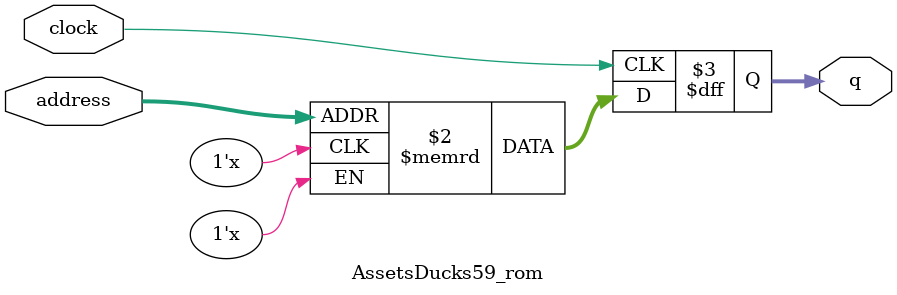
<source format=sv>
module AssetsDucks_rom (
	input logic clock,
	input logic [5:0] frame,
	input logic [13:0] address,
	output logic [3:0] q,
	output logic [6:0] DuckSizeX, DuckSizeY
);
logic [3:0] q0 ,q1, q2, q3, q4, q5, q6, q7, q8, q9, q10, q11, q12, q13, q14, q15, q16, q17, q18, q19, q20 ,q21, q22, q23, q24, q25, q26, q27, q28, q29, q30, q31, q32, q33, q34, q35, q36, q37, q38, q39, q40, q41, q42, q43, q44, q45, q46, q47, q48, q49, q50, q51, q52, q53, q54, q55, q56, q57, q58, q59;

//flying right
	AssetsDucks0_rom AssetsDucks0_rom0(.clock, .address(address), .q(q0));
	AssetsDucks1_rom AssetsDucks1_rom0(.clock, .address(address), .q(q1));
	AssetsDucks2_rom AssetsDucks2_rom0(.clock, .address(address), .q(q2));
	AssetsDucks3_rom AssetsDucks3_rom0(.clock, .address(address), .q(q3));
	AssetsDucks4_rom AssetsDucks4_rom0(.clock, .address(address), .q(q4));
	AssetsDucks5_rom AssetsDucks5_rom0(.clock, .address(address), .q(q5));
	AssetsDucks6_rom AssetsDucks6_rom0(.clock, .address(address), .q(q6));
	AssetsDucks7_rom AssetsDucks7_rom0(.clock, .address(address), .q(q7));
	AssetsDucks8_rom AssetsDucks8_rom0(.clock, .address(address), .q(q8));
	AssetsDucks9_rom AssetsDucks9_rom0(.clock, .address(address), .q(q9));
	AssetsDucks10_rom AssetsDucks10_rom0(.clock, .address(address), .q(q10));
	AssetsDucks11_rom AssetsDucks11_rom0(.clock, .address(address), .q(q11));
	AssetsDucks12_rom AssetsDucks12_rom0(.clock, .address(address), .q(q12));
	AssetsDucks13_rom AssetsDucks13_rom0(.clock, .address(address), .q(q13));
	AssetsDucks14_rom AssetsDucks14_rom0(.clock, .address(address), .q(q14));
	AssetsDucks15_rom AssetsDucks15_rom0(.clock, .address(address), .q(q15));
	AssetsDucks16_rom AssetsDucks16_rom0(.clock, .address(address), .q(q16));
	AssetsDucks17_rom AssetsDucks17_rom0(.clock, .address(address), .q(q17));
	AssetsDucks18_rom AssetsDucks18_rom0(.clock, .address(address), .q(q18));
	AssetsDucks19_rom AssetsDucks19_rom0(.clock, .address(address), .q(q19));
	AssetsDucks20_rom AssetsDucks20_rom0(.clock, .address(address), .q(q20));
	AssetsDucks21_rom AssetsDucks21_rom0(.clock, .address(address), .q(q21));
	AssetsDucks22_rom AssetsDucks22_rom0(.clock, .address(address), .q(q22));
	AssetsDucks23_rom AssetsDucks23_rom0(.clock, .address(address), .q(q23));
	AssetsDucks24_rom AssetsDucks24_rom0(.clock, .address(address), .q(q24));
	AssetsDucks25_rom AssetsDucks25_rom0(.clock, .address(address), .q(q25));
	AssetsDucks26_rom AssetsDucks26_rom0(.clock, .address(address), .q(q26));
	AssetsDucks27_rom AssetsDucks27_rom0(.clock, .address(address), .q(q27));
	AssetsDucks28_rom AssetsDucks28_rom0(.clock, .address(address), .q(q28));
	AssetsDucks29_rom AssetsDucks29_rom0(.clock, .address(address), .q(q29));
	AssetsDucks30_rom AssetsDucks30_rom0(.clock, .address(address), .q(q30));
	AssetsDucks31_rom AssetsDucks31_rom0(.clock, .address(address), .q(q31));
	AssetsDucks32_rom AssetsDucks32_rom0(.clock, .address(address), .q(q32));
	AssetsDucks33_rom AssetsDucks33_rom0(.clock, .address(address), .q(q33));
	AssetsDucks34_rom AssetsDucks34_rom0(.clock, .address(address), .q(q34));
	AssetsDucks35_rom AssetsDucks35_rom0(.clock, .address(address), .q(q35));
	AssetsDucks36_rom AssetsDucks36_rom0(.clock, .address(address), .q(q36));
	AssetsDucks37_rom AssetsDucks37_rom0(.clock, .address(address), .q(q37));
	AssetsDucks38_rom AssetsDucks38_rom0(.clock, .address(address), .q(q38));
	AssetsDucks39_rom AssetsDucks39_rom0(.clock, .address(address), .q(q39));
	AssetsDucks40_rom AssetsDucks40_rom0(.clock, .address(address), .q(q40));
	AssetsDucks41_rom AssetsDucks41_rom0(.clock, .address(address), .q(q41));
	AssetsDucks42_rom AssetsDucks42_rom0(.clock, .address(address), .q(q42));
	AssetsDucks43_rom AssetsDucks43_rom0(.clock, .address(address), .q(q43));
	AssetsDucks44_rom AssetsDucks44_rom0(.clock, .address(address), .q(q44));
	AssetsDucks45_rom AssetsDucks45_rom0(.clock, .address(address), .q(q45));
	AssetsDucks46_rom AssetsDucks46_rom0(.clock, .address(address), .q(q46));
	AssetsDucks47_rom AssetsDucks47_rom0(.clock, .address(address), .q(q47));
	AssetsDucks48_rom AssetsDucks48_rom0(.clock, .address(address), .q(q48));
	AssetsDucks49_rom AssetsDucks49_rom0(.clock, .address(address), .q(q49));
	AssetsDucks50_rom AssetsDucks50_rom0(.clock, .address(address), .q(q50));
	AssetsDucks51_rom AssetsDucks51_rom0(.clock, .address(address), .q(q51));
	AssetsDucks52_rom AssetsDucks52_rom0(.clock, .address(address), .q(q52));
	AssetsDucks53_rom AssetsDucks53_rom0(.clock, .address(address), .q(q53));
	AssetsDucks54_rom AssetsDucks54_rom0(.clock, .address(address), .q(q54));
	AssetsDucks55_rom AssetsDucks55_rom0(.clock, .address(address), .q(q55));
	AssetsDucks56_rom AssetsDucks56_rom0(.clock, .address(address), .q(q56));
	AssetsDucks57_rom AssetsDucks57_rom0(.clock, .address(address), .q(q57));
	AssetsDucks58_rom AssetsDucks58_rom0(.clock, .address(address), .q(q58));
	AssetsDucks59_rom AssetsDucks59_rom0(.clock, .address(address), .q(q59));

always_comb
begin
	case(frame)						//BLACK DUCK RIGHT FACING
		6'b000000: begin
			q = q0;//Ducks1
			DuckSizeX = 7'b1000000;
			DuckSizeY = 7'b1000000;
		end
		6'b000001:begin
			q = q1;//Ducks2
			DuckSizeX = 7'b1000000;
			DuckSizeY = 7'b1000000;
		end
		6'b000010:begin
			q = q2;//Ducks3
			DuckSizeX = 7'b1000000;
			DuckSizeY = 7'b1000000;
		end
		6'b000011: begin
			q = q3;//Ducks4
			DuckSizeX = 7'b1000000;
			DuckSizeY = 7'b1000000;
		end
		6'b000100: begin
			q = q4;//Ducks5
			DuckSizeX = 7'b1000100; //68
			DuckSizeY = 7'b1000000;
		end
		6'b000101:begin
			q = q5;//Ducks6
			DuckSizeX = 7'b1000100; //68
			DuckSizeY = 7'b1000000;
		end
		6'b000110:begin
			q = q6;//Ducks7
			DuckSizeX = 7'b1000100; //68
			DuckSizeY = 7'b1000000;
		end
		6'b000111: begin
			q = q7;//Ducks8
			DuckSizeX = 7'b1000100; //68
			DuckSizeY = 7'b1000000;
		end
		6'b001000:begin
			q = q8;//Ducks9
			DuckSizeX = 7'b1000000;
			DuckSizeY = 7'b1000000;
		end								//BLACK DUCK FALLING
		6'b001001:begin
			q = q9;//Ducks10
			DuckSizeX = 7'b1000000;
			DuckSizeY = 7'b1000000;
		end
		6'b001010: begin
			q = q10;//Ducks11
			DuckSizeX = 7'b1000000;
			DuckSizeY = 7'b1000000;
		end
		6'b001011:begin					//BLACK DUCK LEFT FACING
			q = q11;//Ducks12
			DuckSizeX = 7'b1000000;	
			DuckSizeY = 7'b1000000;
		end
		6'b001100:begin
			q = q12;//Ducks13
			DuckSizeX = 7'b1000000;
			DuckSizeY = 7'b1000000;
		end
		6'b001101: begin
			q = q13;//Ducks14
			DuckSizeX = 7'b1000000;
			DuckSizeY = 7'b1000000;
		end
		6'b001110: begin
			q = q14;//Ducks15
			DuckSizeX = 7'b1000000;
			DuckSizeY = 7'b1000000;
		end
		6'b001111: begin
			q = q15;//Ducks16
			DuckSizeX = 7'b1000100; //68
			DuckSizeY = 7'b1000000;
		end
		6'b010000:begin
			q = q16;//Ducks17
			DuckSizeX = 7'b1000100; //68
			DuckSizeY = 7'b1000000;
		end
		6'b010001:begin
			q = q17;//Ducks18
			DuckSizeX = 7'b1000100; //68
			DuckSizeY = 7'b1000000;
		end
		6'b010010: begin
			q = q18;//Ducks19
			DuckSizeX = 7'b1000100; //68
			DuckSizeY = 7'b1000000;
		end
		6'b010011: begin
			q = q19;//Ducks20
			DuckSizeX = 7'b1000000;
			DuckSizeY = 7'b1000000;
		end
		6'b010100: begin						//RED DUCK RIGHT FACING
			q = q20;//Ducks21
			DuckSizeX = 7'b1000000;
			DuckSizeY = 7'b1000000;
		end
		6'b010101: begin
			q = q21;//Ducks22
			DuckSizeX = 7'b1000000;
			DuckSizeY = 7'b1000000;
		end
		6'b010110: begin
			q = q22;//Ducks23
			DuckSizeX = 7'b1000000;
			DuckSizeY = 7'b1000000;
		end
		6'b010111: begin
			q = q23;//Ducks24
			DuckSizeX = 7'b1000000;
			DuckSizeY = 7'b1000000;
		end
		6'b011000: begin
			q = q24;//Ducks25
			DuckSizeX = 7'b1000100; //68
			DuckSizeY = 7'b1000000;
		end
		6'b011001: begin
			q = q25;//Ducks26
			DuckSizeX = 7'b1000100; //68
			DuckSizeY = 7'b1000000;
		end
		6'b011010: begin
			q = q26;//Ducks27
			DuckSizeX = 7'b1000100; //68
			DuckSizeY = 7'b1000000;
		end
		6'b011011: begin
			q = q27;//Ducks28
			DuckSizeX = 7'b1000100; //68
			DuckSizeY = 7'b1000000;
		end
		6'b011100: begin
			q = q28;//Ducks29
			DuckSizeX = 7'b1000000;
			DuckSizeY = 7'b1000000;
		end
		6'b011101: begin						//RED DUCK FALLING
			q = q29;//Ducks30
			DuckSizeX = 7'b1000000;
			DuckSizeY = 7'b1000000;
		end
		6'b011110: begin
			q = q30;//Ducks31
			DuckSizeX = 7'b1000000;
			DuckSizeY = 7'b1000000;
		end
		6'b011111: begin						//RED DUCK LEFT FACING
			q = q31;//Ducks32
			DuckSizeX = 7'b1000000;
			DuckSizeY = 7'b1000000;
		end
		6'b100000: begin						
			q = q32;//Ducks33
			DuckSizeX = 7'b1000000;
			DuckSizeY = 7'b1000000;
		end
		6'b100001: begin						
			q = q33;//Ducks34
			DuckSizeX = 7'b1000000;
			DuckSizeY = 7'b1000000;
		end
		6'b100010: begin						
			q = q34;//Ducks35
			DuckSizeX = 7'b1000000;
			DuckSizeY = 7'b1000000;
		end
		6'b100011: begin					
			q = q35;//Ducks36
			DuckSizeX = 7'b1000100; //68
			DuckSizeY = 7'b1000000;
		end
		6'b100100: begin					
			q = q36;//Ducks37
			DuckSizeX = 7'b1000100; //68
			DuckSizeY = 7'b1000000;
		end
		6'b100101: begin					
			q = q37;//Ducks38
			DuckSizeX = 7'b1000100; //68
			DuckSizeY = 7'b1000000;
		end
		6'b100110: begin					
			q = q38;//Ducks39
			DuckSizeX = 7'b1000100; //68
			DuckSizeY = 7'b1000000;
		end
		6'b100111: begin						
			q = q39;//Ducks40
			DuckSizeX = 7'b1000000;
			DuckSizeY = 7'b1000000;
		end
		6'b101000: begin					//PINK DUCK RIGHT FACING	
			q = q40;//Ducks41
			DuckSizeX = 7'b1000000;
			DuckSizeY = 7'b1000000;
		end
		6'b101001: begin						
			q = q41;//Ducks42
			DuckSizeX = 7'b1000000;
			DuckSizeY = 7'b1000000;
		end
		6'b101010: begin						
			q = q42;//Ducks43
			DuckSizeX = 7'b1000000;
			DuckSizeY = 7'b1000000;
		end
		6'b101011: begin						
			q = q43;//Ducks44
			DuckSizeX = 7'b1000000;
			DuckSizeY = 7'b1000000;
		end
		6'b101100: begin					
			q = q44;//Ducks45
			DuckSizeX = 7'b1000100; //68
			DuckSizeY = 7'b1000000;
		end
		6'b101101: begin					
			q = q45;//Ducks46
			DuckSizeX = 7'b1000100; //68
			DuckSizeY = 7'b1000000;
		end
		6'b101110: begin					
			q = q46;//Ducks47
			DuckSizeX = 7'b1000100; //68
			DuckSizeY = 7'b1000000;
		end
		6'b101111: begin					
			q = q47;//Ducks48
			DuckSizeX = 7'b1000100; //68
			DuckSizeY = 7'b1000000;
		end
		6'b110000: begin						
			q = q48;//Ducks49
			DuckSizeX = 7'b1000000;
			DuckSizeY = 7'b1000000;
		end
		6'b110001: begin					//PINK DUCK FALLING	
			q = q49;//Ducks50
			DuckSizeX = 7'b1000000;
			DuckSizeY = 7'b1000000;
		end
		6'b110010: begin						
			q = q50;//Ducks51
			DuckSizeX = 7'b1000000;
			DuckSizeY = 7'b1000000;
		end
		6'b110011: begin					//PINK DUCK LEFT FACING
			q = q51;//Ducks52
			DuckSizeX = 7'b1000000;
			DuckSizeY = 7'b1000000;
		end
		6'b110100: begin						
			q = q52;//Ducks53
			DuckSizeX = 7'b1000000;
			DuckSizeY = 7'b1000000;
		end
		6'b110101: begin						
			q = q53;//Ducks54
			DuckSizeX = 7'b1000000;
			DuckSizeY = 7'b1000000;
		end
		6'b110110: begin						
			q = q54;//Ducks55
			DuckSizeX = 7'b1000000;
			DuckSizeY = 7'b1000000;
		end
		6'b110111: begin					
			q = q55;//Ducks56
			DuckSizeX = 7'b1000100; //68
			DuckSizeY = 7'b1000000;
		end
		6'b111000: begin					
			q = q56;//Ducks57
			DuckSizeX = 7'b1000100; //68
			DuckSizeY = 7'b1000000;
		end
		6'b111001: begin					
			q = q57;//Ducks58
			DuckSizeX = 7'b1000100; //68
			DuckSizeY = 7'b1000000;
		end
		6'b111010: begin					
			q = q58;//Ducks59
			DuckSizeX = 7'b1000100; //68
			DuckSizeY = 7'b1000000;
		end
		6'b111011: begin						
			q = q59;//Ducks60
			DuckSizeX = 7'b1000000;
			DuckSizeY = 7'b1000000;
		end
		default: 
		begin
			q = q0;
			DuckSizeX = 7'b0000000;
			DuckSizeY = 7'b0000000;
		end

	endcase
end
//
//always_ff @ (posedge clock) begin
//	q <= memory[address];
//end
endmodule

module AssetsDucks0_rom (
	input logic clock,
	input logic [11:0] address,
	output logic [3:0] q
);

logic [3:0] memory [0:4095] /* synthesis ram_init_file = "./AssetsDucks0/AssetsDucks0.mif" */;

always_ff @ (posedge clock) begin
	q <= memory[address];
end

endmodule

module AssetsDucks1_rom (
	input logic clock,
	input logic [11:0] address,
	output logic [3:0] q
);

logic [3:0] memory [0:4095] /* synthesis ram_init_file = "./AssetsDucks1/AssetsDucks1.mif" */;

always_ff @ (posedge clock) begin
	q <= memory[address];
end

endmodule

module AssetsDucks2_rom (
	input logic clock,
	input logic [11:0] address,
	output logic [3:0] q
);

logic [3:0] memory [0:4095] /* synthesis ram_init_file = "./AssetsDucks2/AssetsDucks2.mif" */;

always_ff @ (posedge clock) begin
	q <= memory[address];
end

endmodule

module AssetsDucks3_rom (
	input logic clock,
	input logic [11:0] address,
	output logic [3:0] q
);

logic [3:0] memory [0:4095] /* synthesis ram_init_file = "./AssetsDucks3/AssetsDucks3.mif" */;

always_ff @ (posedge clock) begin
	q <= memory[address];
end

endmodule

module AssetsDucks4_rom (
	input logic clock,
	input logic [12:0] address,
	output logic [3:0] q
);

logic [3:0] memory [0:4351] /* synthesis ram_init_file = "./AssetsDucks4/AssetsDucks4.mif" */;

always_ff @ (posedge clock) begin
	q <= memory[address];
end

endmodule

module AssetsDucks5_rom (
	input logic clock,
	input logic [12:0] address,
	output logic [3:0] q
);

logic [3:0] memory [0:4351] /* synthesis ram_init_file = "./AssetsDucks5/AssetsDucks5.mif" */;

always_ff @ (posedge clock) begin
	q <= memory[address];
end

endmodule

module AssetsDucks6_rom (
	input logic clock,
	input logic [12:0] address,
	output logic [3:0] q
);

logic [3:0] memory [0:4351] /* synthesis ram_init_file = "./AssetsDucks6/AssetsDucks6.mif" */;

always_ff @ (posedge clock) begin
	q <= memory[address];
end

endmodule

module AssetsDucks7_rom (
	input logic clock,
	input logic [12:0] address,
	output logic [3:0] q
);

logic [3:0] memory [0:4351] /* synthesis ram_init_file = "./AssetsDucks7/AssetsDucks7.mif" */;

always_ff @ (posedge clock) begin
	q <= memory[address];
end

endmodule

module AssetsDucks8_rom (
	input logic clock,
	input logic [11:0] address,
	output logic [3:0] q
);

logic [3:0] memory [0:4095] /* synthesis ram_init_file = "./AssetsDucks8/AssetsDucks8.mif" */;

always_ff @ (posedge clock) begin
	q <= memory[address];
end

endmodule

module AssetsDucks9_rom (
	input logic clock,
	input logic [11:0] address,
	output logic [3:0] q
);

logic [3:0] memory [0:4095] /* synthesis ram_init_file = "./AssetsDucks9/AssetsDucks9.mif" */;

always_ff @ (posedge clock) begin
	q <= memory[address];
end

endmodule

module AssetsDucks10_rom (
	input logic clock,
	input logic [11:0] address,
	output logic [3:0] q
);

logic [3:0] memory [0:4095] /* synthesis ram_init_file = "./AssetsDucks10/AssetsDucks10.mif" */;

always_ff @ (posedge clock) begin
	q <= memory[address];
end

endmodule

module AssetsDucks11_rom (
	input logic clock,
	input logic [11:0] address,
	output logic [3:0] q
);

logic [3:0] memory [0:4095] /* synthesis ram_init_file = "./AssetsDucks11/AssetsDucks11.mif" */;

always_ff @ (posedge clock) begin
	q <= memory[address];
end

endmodule

module AssetsDucks12_rom (
	input logic clock,
	input logic [11:0] address,
	output logic [3:0] q
);

logic [3:0] memory [0:4095] /* synthesis ram_init_file = "./AssetsDucks12/AssetsDucks12.mif" */;

always_ff @ (posedge clock) begin
	q <= memory[address];
end

endmodule

module AssetsDucks13_rom (
	input logic clock,
	input logic [11:0] address,
	output logic [3:0] q
);

logic [3:0] memory [0:4095] /* synthesis ram_init_file = "./AssetsDucks13/AssetsDucks13.mif" */;

always_ff @ (posedge clock) begin
	q <= memory[address];
end

endmodule

module AssetsDucks14_rom (
	input logic clock,
	input logic [11:0] address,
	output logic [3:0] q
);

logic [3:0] memory [0:4095] /* synthesis ram_init_file = "./AssetsDucks14/AssetsDucks14.mif" */;

always_ff @ (posedge clock) begin
	q <= memory[address];
end

endmodule

module AssetsDucks15_rom (
	input logic clock,
	input logic [12:0] address,
	output logic [3:0] q
);

logic [3:0] memory [0:4351] /* synthesis ram_init_file = "./AssetsDucks15/AssetsDucks15.mif" */;

always_ff @ (posedge clock) begin
	q <= memory[address];
end

endmodule


module AssetsDucks16_rom (
	input logic clock,
	input logic [12:0] address,
	output logic [3:0] q
);

logic [3:0] memory [0:4351] /* synthesis ram_init_file = "./AssetsDucks16/AssetsDucks16.mif" */;

always_ff @ (posedge clock) begin
	q <= memory[address];
end

endmodule

module AssetsDucks17_rom (
	input logic clock,
	input logic [12:0] address,
	output logic [3:0] q
);

logic [3:0] memory [0:4351] /* synthesis ram_init_file = "./AssetsDucks17/AssetsDucks17.mif" */;

always_ff @ (posedge clock) begin
	q <= memory[address];
end

endmodule

module AssetsDucks18_rom (
	input logic clock,
	input logic [12:0] address,
	output logic [3:0] q
);

logic [3:0] memory [0:4351] /* synthesis ram_init_file = "./AssetsDucks18/AssetsDucks18.mif" */;

always_ff @ (posedge clock) begin
	q <= memory[address];
end

endmodule

module AssetsDucks19_rom (
	input logic clock,
	input logic [11:0] address,
	output logic [3:0] q
);

logic [3:0] memory [0:4095] /* synthesis ram_init_file = "./AssetsDucks19/AssetsDucks19.mif" */;

always_ff @ (posedge clock) begin
	q <= memory[address];
end

endmodule

module AssetsDucks20_rom (
	input logic clock,
	input logic [11:0] address,
	output logic [3:0] q
);

logic [3:0] memory [0:4095] /* synthesis ram_init_file = "./AssetsDucks20/AssetsDucks20.mif" */;

always_ff @ (posedge clock) begin
	q <= memory[address];
end

endmodule

module AssetsDucks21_rom (
	input logic clock,
	input logic [11:0] address,
	output logic [3:0] q
);

logic [3:0] memory [0:4095] /* synthesis ram_init_file = "./AssetsDucks21/AssetsDucks21.mif" */;

always_ff @ (posedge clock) begin
	q <= memory[address];
end

endmodule

module AssetsDucks22_rom (
	input logic clock,
	input logic [11:0] address,
	output logic [3:0] q
);

logic [3:0] memory [0:4095] /* synthesis ram_init_file = "./AssetsDucks22/AssetsDucks22.mif" */;

always_ff @ (posedge clock) begin
	q <= memory[address];
end

endmodule

module AssetsDucks23_rom (
	input logic clock,
	input logic [11:0] address,
	output logic [3:0] q
);

logic [3:0] memory [0:4095] /* synthesis ram_init_file = "./AssetsDucks23/AssetsDucks23.mif" */;

always_ff @ (posedge clock) begin
	q <= memory[address];
end

endmodule

module AssetsDucks24_rom (
	input logic clock,
	input logic [12:0] address,
	output logic [3:0] q
);

logic [3:0] memory [0:4351] /* synthesis ram_init_file = "./AssetsDucks24/AssetsDucks24.mif" */;

always_ff @ (posedge clock) begin
	q <= memory[address];
end

endmodule

module AssetsDucks25_rom (
	input logic clock,
	input logic [12:0] address,
	output logic [3:0] q
);

logic [3:0] memory [0:4351] /* synthesis ram_init_file = "./AssetsDucks25/AssetsDucks25.mif" */;

always_ff @ (posedge clock) begin
	q <= memory[address];
end

endmodule

module AssetsDucks26_rom (
	input logic clock,
	input logic [12:0] address,
	output logic [3:0] q
);

logic [3:0] memory [0:4351] /* synthesis ram_init_file = "./AssetsDucks26/AssetsDucks26.mif" */;

always_ff @ (posedge clock) begin
	q <= memory[address];
end

endmodule

module AssetsDucks27_rom (
	input logic clock,
	input logic [12:0] address,
	output logic [3:0] q
);

logic [3:0] memory [0:4351] /* synthesis ram_init_file = "./AssetsDucks27/AssetsDucks27.mif" */;

always_ff @ (posedge clock) begin
	q <= memory[address];
end

endmodule

module AssetsDucks28_rom (
	input logic clock,
	input logic [11:0] address,
	output logic [3:0] q
);

logic [3:0] memory [0:4095] /* synthesis ram_init_file = "./AssetsDucks28/AssetsDucks28.mif" */;

always_ff @ (posedge clock) begin
	q <= memory[address];
end

endmodule

module AssetsDucks29_rom (
	input logic clock,
	input logic [11:0] address,
	output logic [3:0] q
);

logic [3:0] memory [0:4095] /* synthesis ram_init_file = "./AssetsDucks29/AssetsDucks29.mif" */;

always_ff @ (posedge clock) begin
	q <= memory[address];
end

endmodule

module AssetsDucks30_rom (
	input logic clock,
	input logic [11:0] address,
	output logic [3:0] q
);

logic [3:0] memory [0:4095] /* synthesis ram_init_file = "./AssetsDucks30/AssetsDucks30.mif" */;

always_ff @ (posedge clock) begin
	q <= memory[address];
end

endmodule

module AssetsDucks31_rom (
	input logic clock,
	input logic [11:0] address,
	output logic [3:0] q
);

logic [3:0] memory [0:4095] /* synthesis ram_init_file = "./AssetsDucks31/AssetsDucks31.mif" */;

always_ff @ (posedge clock) begin
	q <= memory[address];
end

endmodule

module AssetsDucks32_rom (
	input logic clock,
	input logic [11:0] address,
	output logic [3:0] q
);

logic [3:0] memory [0:4095] /* synthesis ram_init_file = "./AssetsDucks32/AssetsDucks32.mif" */;

always_ff @ (posedge clock) begin
	q <= memory[address];
end

endmodule

module AssetsDucks33_rom (
	input logic clock,
	input logic [11:0] address,
	output logic [3:0] q
);

logic [3:0] memory [0:4095] /* synthesis ram_init_file = "./AssetsDucks33/AssetsDucks33.mif" */;

always_ff @ (posedge clock) begin
	q <= memory[address];
end

endmodule

module AssetsDucks34_rom (
	input logic clock,
	input logic [11:0] address,
	output logic [3:0] q
);

logic [3:0] memory [0:4095] /* synthesis ram_init_file = "./AssetsDucks34/AssetsDucks34.mif" */;

always_ff @ (posedge clock) begin
	q <= memory[address];
end

endmodule

module AssetsDucks35_rom (
	input logic clock,
	input logic [12:0] address,
	output logic [3:0] q
);

logic [3:0] memory [0:4351] /* synthesis ram_init_file = "./AssetsDucks35/AssetsDucks35.mif" */;

always_ff @ (posedge clock) begin
	q <= memory[address];
end

endmodule

module AssetsDucks36_rom (
	input logic clock,
	input logic [12:0] address,
	output logic [3:0] q
);

logic [3:0] memory [0:4351] /* synthesis ram_init_file = "./AssetsDucks36/AssetsDucks36.mif" */;

always_ff @ (posedge clock) begin
	q <= memory[address];
end

endmodule

module AssetsDucks37_rom (
	input logic clock,
	input logic [12:0] address,
	output logic [3:0] q
);

logic [3:0] memory [0:4351] /* synthesis ram_init_file = "./AssetsDucks37/AssetsDucks37.mif" */;

always_ff @ (posedge clock) begin
	q <= memory[address];
end

endmodule

module AssetsDucks38_rom (
	input logic clock,
	input logic [12:0] address,
	output logic [3:0] q
);

logic [3:0] memory [0:4351] /* synthesis ram_init_file = "./AssetsDucks38/AssetsDucks38.mif" */;

always_ff @ (posedge clock) begin
	q <= memory[address];
end

endmodule

module AssetsDucks39_rom (
	input logic clock,
	input logic [11:0] address,
	output logic [3:0] q
);

logic [3:0] memory [0:4095] /* synthesis ram_init_file = "./AssetsDucks39/AssetsDucks39.mif" */;

always_ff @ (posedge clock) begin
	q <= memory[address];
end

endmodule

module AssetsDucks40_rom (
	input logic clock,
	input logic [11:0] address,
	output logic [3:0] q
);

logic [3:0] memory [0:4095] /* synthesis ram_init_file = "./AssetsDucks40/AssetsDucks40.mif" */;

always_ff @ (posedge clock) begin
	q <= memory[address];
end

endmodule

module AssetsDucks41_rom (
	input logic clock,
	input logic [11:0] address,
	output logic [3:0] q
);

logic [3:0] memory [0:4095] /* synthesis ram_init_file = "./AssetsDucks41/AssetsDucks41.mif" */;

always_ff @ (posedge clock) begin
	q <= memory[address];
end

endmodule

module AssetsDucks42_rom (
	input logic clock,
	input logic [11:0] address,
	output logic [3:0] q
);

logic [3:0] memory [0:4095] /* synthesis ram_init_file = "./AssetsDucks42/AssetsDucks42.mif" */;

always_ff @ (posedge clock) begin
	q <= memory[address];
end

endmodule

module AssetsDucks43_rom (
	input logic clock,
	input logic [11:0] address,
	output logic [3:0] q
);

logic [3:0] memory [0:4095] /* synthesis ram_init_file = "./AssetsDucks43/AssetsDucks43.mif" */;

always_ff @ (posedge clock) begin
	q <= memory[address];
end

endmodule

module AssetsDucks44_rom (
	input logic clock,
	input logic [12:0] address,
	output logic [3:0] q
);

logic [3:0] memory [0:4351] /* synthesis ram_init_file = "./AssetsDucks44/AssetsDucks44.mif" */;

always_ff @ (posedge clock) begin
	q <= memory[address];
end

endmodule

module AssetsDucks45_rom (
	input logic clock,
	input logic [12:0] address,
	output logic [3:0] q
);

logic [3:0] memory [0:4351] /* synthesis ram_init_file = "./AssetsDucks45/AssetsDucks45.mif" */;

always_ff @ (posedge clock) begin
	q <= memory[address];
end

endmodule

module AssetsDucks46_rom (
	input logic clock,
	input logic [12:0] address,
	output logic [3:0] q
);

logic [3:0] memory [0:4351] /* synthesis ram_init_file = "./AssetsDucks46/AssetsDucks46.mif" */;

always_ff @ (posedge clock) begin
	q <= memory[address];
end

endmodule

module AssetsDucks47_rom (
	input logic clock,
	input logic [12:0] address,
	output logic [3:0] q
);

logic [3:0] memory [0:4351] /* synthesis ram_init_file = "./AssetsDucks47/AssetsDucks47.mif" */;

always_ff @ (posedge clock) begin
	q <= memory[address];
end

endmodule

module AssetsDucks48_rom (
	input logic clock,
	input logic [11:0] address,
	output logic [3:0] q
);

logic [3:0] memory [0:4095] /* synthesis ram_init_file = "./AssetsDucks48/AssetsDucks48.mif" */;

always_ff @ (posedge clock) begin
	q <= memory[address];
end

endmodule

module AssetsDucks49_rom (
	input logic clock,
	input logic [11:0] address,
	output logic [3:0] q
);

logic [3:0] memory [0:4095] /* synthesis ram_init_file = "./AssetsDucks49/AssetsDucks49.mif" */;

always_ff @ (posedge clock) begin
	q <= memory[address];
end

endmodule

module AssetsDucks50_rom (
	input logic clock,
	input logic [11:0] address,
	output logic [3:0] q
);

logic [3:0] memory [0:4095] /* synthesis ram_init_file = "./AssetsDucks50/AssetsDucks50.mif" */;

always_ff @ (posedge clock) begin
	q <= memory[address];
end

endmodule

module AssetsDucks51_rom (
	input logic clock,
	input logic [11:0] address,
	output logic [3:0] q
);

logic [3:0] memory [0:4095] /* synthesis ram_init_file = "./AssetsDucks51/AssetsDucks51.mif" */;

always_ff @ (posedge clock) begin
	q <= memory[address];
end

endmodule

module AssetsDucks52_rom (
	input logic clock,
	input logic [11:0] address,
	output logic [3:0] q
);

logic [3:0] memory [0:4095] /* synthesis ram_init_file = "./AssetsDucks52/AssetsDucks52.mif" */;

always_ff @ (posedge clock) begin
	q <= memory[address];
end

endmodule

module AssetsDucks53_rom (
	input logic clock,
	input logic [11:0] address,
	output logic [3:0] q
);

logic [3:0] memory [0:4095] /* synthesis ram_init_file = "./AssetsDucks53/AssetsDucks53.mif" */;

always_ff @ (posedge clock) begin
	q <= memory[address];
end

endmodule

module AssetsDucks54_rom (
	input logic clock,
	input logic [11:0] address,
	output logic [3:0] q
);

logic [3:0] memory [0:4095] /* synthesis ram_init_file = "./AssetsDucks54/AssetsDucks54.mif" */;

always_ff @ (posedge clock) begin
	q <= memory[address];
end

endmodule

module AssetsDucks55_rom (
	input logic clock,
	input logic [12:0] address,
	output logic [3:0] q
);

logic [3:0] memory [0:4351] /* synthesis ram_init_file = "./AssetsDucks55/AssetsDucks55.mif" */;

always_ff @ (posedge clock) begin
	q <= memory[address];
end

endmodule

module AssetsDucks56_rom (
	input logic clock,
	input logic [12:0] address,
	output logic [3:0] q
);

logic [3:0] memory [0:4351] /* synthesis ram_init_file = "./AssetsDucks56/AssetsDucks56.mif" */;

always_ff @ (posedge clock) begin
	q <= memory[address];
end

endmodule

module AssetsDucks57_rom (
	input logic clock,
	input logic [12:0] address,
	output logic [3:0] q
);

logic [3:0] memory [0:4351] /* synthesis ram_init_file = "./AssetsDucks57/AssetsDucks57.mif" */;

always_ff @ (posedge clock) begin
	q <= memory[address];
end

endmodule

module AssetsDucks58_rom (
	input logic clock,
	input logic [12:0] address,
	output logic [3:0] q
);

logic [3:0] memory [0:4351] /* synthesis ram_init_file = "./AssetsDucks58/AssetsDucks58.mif" */;

always_ff @ (posedge clock) begin
	q <= memory[address];
end

endmodule

module AssetsDucks59_rom (
	input logic clock,
	input logic [11:0] address,
	output logic [3:0] q
);

logic [3:0] memory [0:4095] /* synthesis ram_init_file = "./AssetsDucks59/AssetsDucks59.mif" */;

always_ff @ (posedge clock) begin
	q <= memory[address];
end

endmodule
</source>
